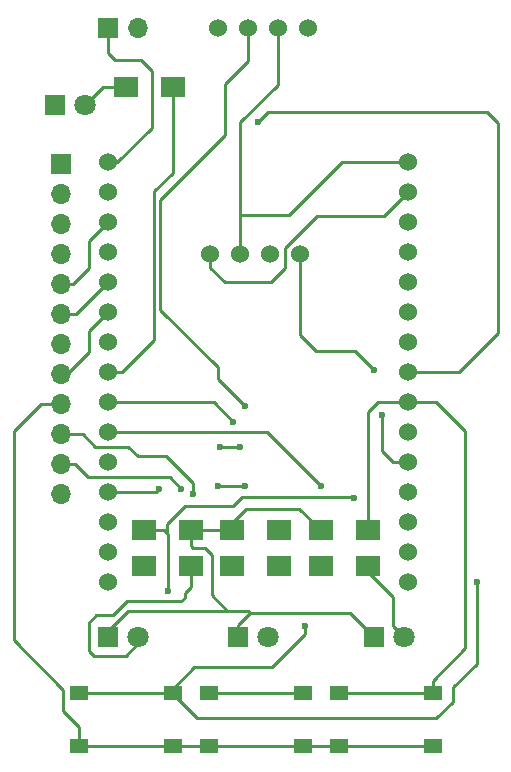
<source format=gtl>
G04 #@! TF.FileFunction,Copper,L1,Top,Signal*
%FSLAX46Y46*%
G04 Gerber Fmt 4.6, Leading zero omitted, Abs format (unit mm)*
G04 Created by KiCad (PCBNEW 4.0.4-stable) date 10/08/17 18:19:30*
%MOMM*%
%LPD*%
G01*
G04 APERTURE LIST*
%ADD10C,0.100000*%
%ADD11R,1.800000X1.800000*%
%ADD12C,1.800000*%
%ADD13C,1.524000*%
%ADD14R,2.000000X1.700000*%
%ADD15R,1.550000X1.300000*%
%ADD16R,1.700000X1.700000*%
%ADD17O,1.700000X1.700000*%
%ADD18C,0.600000*%
%ADD19C,0.250000*%
G04 APERTURE END LIST*
D10*
D11*
X125500000Y-130000000D03*
D12*
X128040000Y-130000000D03*
D11*
X136500000Y-130000000D03*
D12*
X139040000Y-130000000D03*
D11*
X148000000Y-130000000D03*
D12*
X150540000Y-130000000D03*
D11*
X121000000Y-85000000D03*
D12*
X123540000Y-85000000D03*
D13*
X134152000Y-97600000D03*
X136692000Y-97600000D03*
X139232000Y-97600000D03*
X141772000Y-97600000D03*
D14*
X132500000Y-124000000D03*
X128500000Y-124000000D03*
X147500000Y-124000000D03*
X143500000Y-124000000D03*
X140000000Y-124000000D03*
X136000000Y-124000000D03*
X127000000Y-83500000D03*
X131000000Y-83500000D03*
X136000000Y-121000000D03*
X140000000Y-121000000D03*
X132500000Y-121000000D03*
X128500000Y-121000000D03*
X143500000Y-121000000D03*
X147500000Y-121000000D03*
D15*
X123025000Y-134750000D03*
X130975000Y-134750000D03*
X123025000Y-139250000D03*
X130975000Y-139250000D03*
X134025000Y-134750000D03*
X141975000Y-134750000D03*
X134025000Y-139250000D03*
X141975000Y-139250000D03*
X145025000Y-134750000D03*
X152975000Y-134750000D03*
X145025000Y-139250000D03*
X152975000Y-139250000D03*
D13*
X125500000Y-125380000D03*
X125500000Y-122840000D03*
X125500000Y-120300000D03*
X125500000Y-117760000D03*
X125500000Y-115220000D03*
X125500000Y-112680000D03*
X125500000Y-110140000D03*
X125500000Y-107600000D03*
X125500000Y-105060000D03*
X125500000Y-102520000D03*
X125500000Y-99980000D03*
X125500000Y-97440000D03*
X125500000Y-94900000D03*
X125500000Y-92360000D03*
X125500000Y-89820000D03*
X150900000Y-125380000D03*
X150900000Y-122840000D03*
X150900000Y-120300000D03*
X150900000Y-117760000D03*
X150900000Y-115220000D03*
X150900000Y-112680000D03*
X150900000Y-110140000D03*
X150900000Y-107600000D03*
X150900000Y-105060000D03*
X150900000Y-102520000D03*
X150900000Y-99980000D03*
X150900000Y-97440000D03*
X150900000Y-94900000D03*
X150900000Y-92360000D03*
X150900000Y-89820000D03*
X134770000Y-78500000D03*
X137310000Y-78500000D03*
X139850000Y-78500000D03*
X142390000Y-78500000D03*
D16*
X121500000Y-90000000D03*
D17*
X121500000Y-92540000D03*
X121500000Y-95080000D03*
X121500000Y-97620000D03*
X121500000Y-100160000D03*
X121500000Y-102700000D03*
X121500000Y-105240000D03*
X121500000Y-107780000D03*
X121500000Y-110320000D03*
X121500000Y-112860000D03*
X121500000Y-115400000D03*
X121500000Y-117940000D03*
D16*
X125500000Y-78500000D03*
D17*
X128040000Y-78500000D03*
D18*
X132500000Y-120800000D03*
X132700000Y-117900000D03*
X140000000Y-124100000D03*
X148000000Y-107400000D03*
X148700000Y-111200000D03*
X137100000Y-110500000D03*
X136700000Y-113900000D03*
X135000000Y-113900000D03*
X129800000Y-117500000D03*
X128600000Y-124000000D03*
X143400000Y-124100000D03*
X143500000Y-117200000D03*
X135900000Y-124100000D03*
X136100000Y-111800000D03*
X140500000Y-121100000D03*
X142200000Y-129100000D03*
X156700000Y-125400000D03*
X146300000Y-118300000D03*
X134100000Y-134900000D03*
X130600000Y-126100000D03*
X138200000Y-86400000D03*
X137100000Y-117200000D03*
X134800000Y-117200000D03*
X131700000Y-117500000D03*
D19*
X134152000Y-97600000D02*
X134152000Y-98752000D01*
X148860000Y-94400000D02*
X150900000Y-92360000D01*
X143200000Y-94400000D02*
X148860000Y-94400000D01*
X140500000Y-97100000D02*
X143200000Y-94400000D01*
X140500000Y-98800000D02*
X140500000Y-97100000D01*
X139300000Y-100000000D02*
X140500000Y-98800000D01*
X135400000Y-100000000D02*
X139300000Y-100000000D01*
X134152000Y-98752000D02*
X135400000Y-100000000D01*
X121500000Y-112860000D02*
X123360000Y-112860000D01*
X132500000Y-120800000D02*
X132500000Y-121000000D01*
X132700000Y-117000000D02*
X132700000Y-117900000D01*
X130400000Y-114700000D02*
X132700000Y-117000000D01*
X128000000Y-114700000D02*
X130400000Y-114700000D01*
X127200000Y-113900000D02*
X128000000Y-114700000D01*
X124400000Y-113900000D02*
X127200000Y-113900000D01*
X123360000Y-112860000D02*
X124400000Y-113900000D01*
X132500000Y-121000000D02*
X132500000Y-122300000D01*
X134300000Y-126500000D02*
X135600000Y-127800000D01*
X134300000Y-123100000D02*
X134300000Y-126500000D01*
X133700000Y-122500000D02*
X134300000Y-123100000D01*
X132700000Y-122500000D02*
X133700000Y-122500000D01*
X132500000Y-122300000D02*
X132700000Y-122500000D01*
X136000000Y-121000000D02*
X136000000Y-120400000D01*
X136000000Y-120400000D02*
X137200000Y-119200000D01*
X141700000Y-119200000D02*
X143500000Y-121000000D01*
X137200000Y-119200000D02*
X141700000Y-119200000D01*
X132500000Y-121000000D02*
X136000000Y-121000000D01*
X125500000Y-130000000D02*
X125500000Y-129500000D01*
X125500000Y-129500000D02*
X127200000Y-127800000D01*
X127200000Y-127800000D02*
X135600000Y-127800000D01*
X135600000Y-127800000D02*
X137300000Y-127800000D01*
X137300000Y-127800000D02*
X137500000Y-128000000D01*
X136500000Y-130000000D02*
X136500000Y-129000000D01*
X146000000Y-128000000D02*
X148000000Y-130000000D01*
X137500000Y-128000000D02*
X146000000Y-128000000D01*
X136500000Y-129000000D02*
X137500000Y-128000000D01*
X128040000Y-130000000D02*
X128040000Y-130560000D01*
X128040000Y-130560000D02*
X127000000Y-131600000D01*
X127000000Y-131600000D02*
X124300000Y-131600000D01*
X124300000Y-131600000D02*
X123900000Y-131200000D01*
X123900000Y-131200000D02*
X123900000Y-128800000D01*
X123900000Y-128800000D02*
X124500000Y-128200000D01*
X124500000Y-128200000D02*
X125900000Y-128200000D01*
X125900000Y-128200000D02*
X127100000Y-127000000D01*
X127100000Y-127000000D02*
X131700000Y-127000000D01*
X131700000Y-127000000D02*
X132000000Y-126700000D01*
X132000000Y-126700000D02*
X132000000Y-126300000D01*
X132000000Y-126300000D02*
X132500000Y-125800000D01*
X132500000Y-125800000D02*
X132500000Y-124000000D01*
X140000000Y-124100000D02*
X140000000Y-124000000D01*
X147500000Y-124000000D02*
X147500000Y-124500000D01*
X147500000Y-124500000D02*
X149600000Y-126600000D01*
X149600000Y-126600000D02*
X149600000Y-129060000D01*
X149600000Y-129060000D02*
X150540000Y-130000000D01*
X127000000Y-83500000D02*
X125040000Y-83500000D01*
X125040000Y-83500000D02*
X123540000Y-85000000D01*
X136692000Y-94300000D02*
X140800000Y-94300000D01*
X145280000Y-89820000D02*
X150900000Y-89820000D01*
X140800000Y-94300000D02*
X145280000Y-89820000D01*
X123025000Y-139250000D02*
X123025000Y-137625000D01*
X119780000Y-110320000D02*
X121500000Y-110320000D01*
X117500000Y-112600000D02*
X119780000Y-110320000D01*
X117500000Y-130300000D02*
X117500000Y-112600000D01*
X121700000Y-134500000D02*
X117500000Y-130300000D01*
X121700000Y-136300000D02*
X121700000Y-134500000D01*
X123025000Y-137625000D02*
X121700000Y-136300000D01*
X130975000Y-139250000D02*
X134025000Y-139250000D01*
X141975000Y-139250000D02*
X145025000Y-139250000D01*
X145025000Y-139250000D02*
X152975000Y-139250000D01*
X134025000Y-139250000D02*
X141975000Y-139250000D01*
X123025000Y-139250000D02*
X130975000Y-139250000D01*
X136692000Y-97600000D02*
X136692000Y-94300000D01*
X136692000Y-94300000D02*
X136692000Y-86408000D01*
X139850000Y-83250000D02*
X139850000Y-78500000D01*
X136692000Y-86408000D02*
X139850000Y-83250000D01*
X150900000Y-115220000D02*
X149620000Y-115220000D01*
X141772000Y-104472000D02*
X141772000Y-97600000D01*
X143100000Y-105800000D02*
X141772000Y-104472000D01*
X146400000Y-105800000D02*
X143100000Y-105800000D01*
X148000000Y-107400000D02*
X146400000Y-105800000D01*
X148700000Y-114300000D02*
X148700000Y-111200000D01*
X149620000Y-115220000D02*
X148700000Y-114300000D01*
X125500000Y-117760000D02*
X129540000Y-117760000D01*
X137310000Y-81290000D02*
X137310000Y-78500000D01*
X135400000Y-83200000D02*
X137310000Y-81290000D01*
X135400000Y-87500000D02*
X135400000Y-83200000D01*
X129900000Y-93000000D02*
X135400000Y-87500000D01*
X129900000Y-102300000D02*
X129900000Y-93000000D01*
X134800000Y-107200000D02*
X129900000Y-102300000D01*
X134800000Y-108200000D02*
X134800000Y-107200000D01*
X137100000Y-110500000D02*
X134800000Y-108200000D01*
X135000000Y-113900000D02*
X136700000Y-113900000D01*
X129540000Y-117760000D02*
X129800000Y-117500000D01*
X128600000Y-124000000D02*
X128500000Y-124000000D01*
X125500000Y-112680000D02*
X138980000Y-112680000D01*
X143400000Y-124100000D02*
X143500000Y-124000000D01*
X138980000Y-112680000D02*
X143500000Y-117200000D01*
X125500000Y-110140000D02*
X134440000Y-110140000D01*
X135900000Y-124100000D02*
X136000000Y-124000000D01*
X134440000Y-110140000D02*
X136100000Y-111800000D01*
X125500000Y-107600000D02*
X126700000Y-107600000D01*
X131000000Y-90700000D02*
X131000000Y-83500000D01*
X129400000Y-92300000D02*
X131000000Y-90700000D01*
X129400000Y-104900000D02*
X129400000Y-92300000D01*
X126700000Y-107600000D02*
X129400000Y-104900000D01*
X130975000Y-134750000D02*
X130975000Y-134425000D01*
X130975000Y-134425000D02*
X132800000Y-132600000D01*
X140500000Y-121100000D02*
X140400000Y-121000000D01*
X142200000Y-129800000D02*
X142200000Y-129100000D01*
X139400000Y-132600000D02*
X142200000Y-129800000D01*
X132800000Y-132600000D02*
X139400000Y-132600000D01*
X140400000Y-121000000D02*
X140000000Y-121000000D01*
X130975000Y-134750000D02*
X130975000Y-134875000D01*
X130975000Y-134875000D02*
X133000000Y-136900000D01*
X156700000Y-132300000D02*
X156700000Y-125400000D01*
X154700000Y-134300000D02*
X156700000Y-132300000D01*
X154700000Y-135500000D02*
X154700000Y-134300000D01*
X153300000Y-136900000D02*
X154700000Y-135500000D01*
X133000000Y-136900000D02*
X153300000Y-136900000D01*
X123025000Y-134750000D02*
X130975000Y-134750000D01*
X130450000Y-121250000D02*
X130450000Y-120450000D01*
X146200000Y-118200000D02*
X146300000Y-118300000D01*
X136800000Y-118200000D02*
X146200000Y-118200000D01*
X136100000Y-118900000D02*
X136800000Y-118200000D01*
X132000000Y-118900000D02*
X136100000Y-118900000D01*
X130450000Y-120450000D02*
X132000000Y-118900000D01*
X128500000Y-121000000D02*
X130200000Y-121000000D01*
X134100000Y-134900000D02*
X134025000Y-134825000D01*
X130600000Y-121400000D02*
X130600000Y-126100000D01*
X130200000Y-121000000D02*
X130450000Y-121250000D01*
X130450000Y-121250000D02*
X130600000Y-121400000D01*
X134025000Y-134825000D02*
X134025000Y-134750000D01*
X134025000Y-134750000D02*
X141975000Y-134750000D01*
X147500000Y-121000000D02*
X147500000Y-111000000D01*
X148360000Y-110140000D02*
X150900000Y-110140000D01*
X147500000Y-111000000D02*
X148360000Y-110140000D01*
X152975000Y-134750000D02*
X152975000Y-133725000D01*
X153240000Y-110140000D02*
X150900000Y-110140000D01*
X155700000Y-112600000D02*
X153240000Y-110140000D01*
X155700000Y-131000000D02*
X155700000Y-112600000D01*
X152975000Y-133725000D02*
X155700000Y-131000000D01*
X145025000Y-134750000D02*
X152975000Y-134750000D01*
X125500000Y-78500000D02*
X125500000Y-80600000D01*
X126280000Y-89820000D02*
X125500000Y-89820000D01*
X129200000Y-86900000D02*
X126280000Y-89820000D01*
X129200000Y-82100000D02*
X129200000Y-86900000D01*
X128300000Y-81200000D02*
X129200000Y-82100000D01*
X126100000Y-81200000D02*
X128300000Y-81200000D01*
X125500000Y-80600000D02*
X126100000Y-81200000D01*
X150900000Y-107600000D02*
X155200000Y-107600000D01*
X139000000Y-85600000D02*
X138200000Y-86400000D01*
X157600000Y-85600000D02*
X139000000Y-85600000D01*
X158500000Y-86500000D02*
X157600000Y-85600000D01*
X158500000Y-104300000D02*
X158500000Y-86500000D01*
X155200000Y-107600000D02*
X158500000Y-104300000D01*
X121500000Y-100160000D02*
X122540000Y-100160000D01*
X123900000Y-96500000D02*
X125500000Y-94900000D01*
X123900000Y-98800000D02*
X123900000Y-96500000D01*
X122540000Y-100160000D02*
X123900000Y-98800000D01*
X121500000Y-102700000D02*
X122780000Y-102700000D01*
X122780000Y-102700000D02*
X125500000Y-99980000D01*
X121500000Y-107780000D02*
X122020000Y-107780000D01*
X122020000Y-107780000D02*
X123900000Y-105900000D01*
X123900000Y-105900000D02*
X123900000Y-104120000D01*
X123900000Y-104120000D02*
X125500000Y-102520000D01*
X121500000Y-115400000D02*
X122700000Y-115400000D01*
X134800000Y-117200000D02*
X137100000Y-117200000D01*
X130700000Y-116500000D02*
X131700000Y-117500000D01*
X123800000Y-116500000D02*
X130700000Y-116500000D01*
X122700000Y-115400000D02*
X123800000Y-116500000D01*
M02*

</source>
